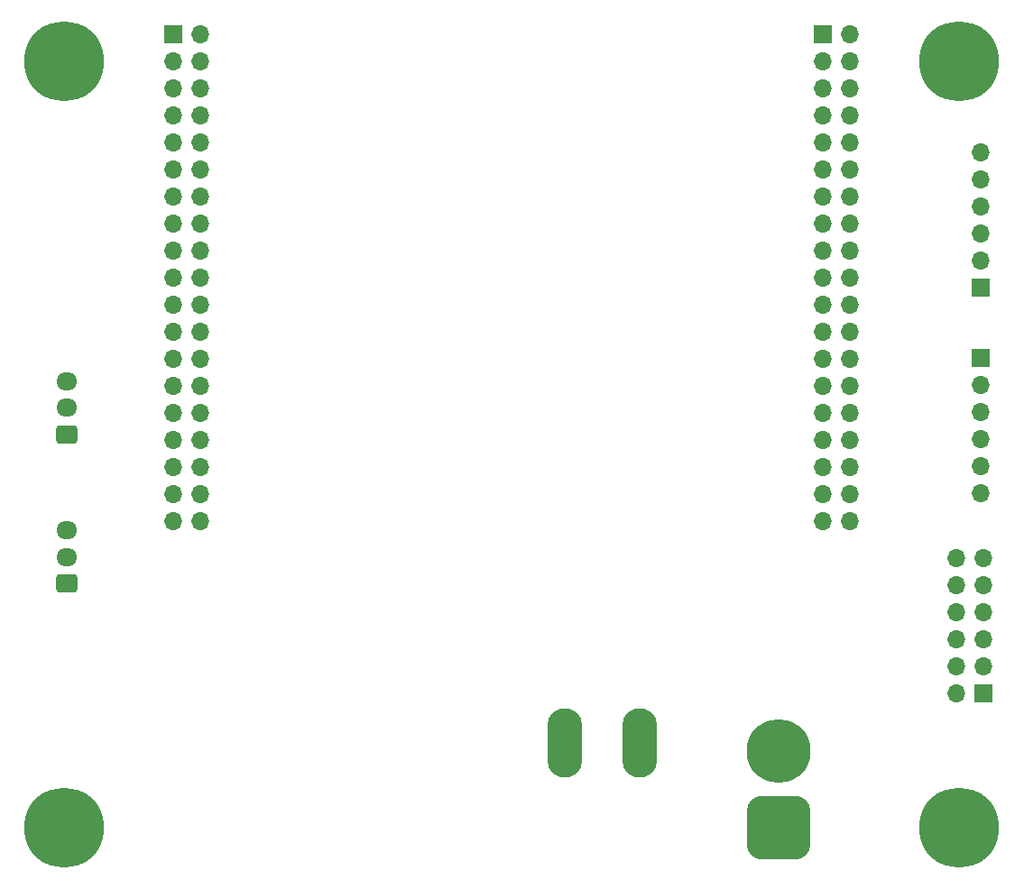
<source format=gbr>
%TF.GenerationSoftware,KiCad,Pcbnew,(6.0.10)*%
%TF.CreationDate,2023-04-26T13:06:59+03:00*%
%TF.ProjectId,KiCAD design,4b694341-4420-4646-9573-69676e2e6b69,rev?*%
%TF.SameCoordinates,Original*%
%TF.FileFunction,Soldermask,Bot*%
%TF.FilePolarity,Negative*%
%FSLAX46Y46*%
G04 Gerber Fmt 4.6, Leading zero omitted, Abs format (unit mm)*
G04 Created by KiCad (PCBNEW (6.0.10)) date 2023-04-26 13:06:59*
%MOMM*%
%LPD*%
G01*
G04 APERTURE LIST*
G04 Aperture macros list*
%AMRoundRect*
0 Rectangle with rounded corners*
0 $1 Rounding radius*
0 $2 $3 $4 $5 $6 $7 $8 $9 X,Y pos of 4 corners*
0 Add a 4 corners polygon primitive as box body*
4,1,4,$2,$3,$4,$5,$6,$7,$8,$9,$2,$3,0*
0 Add four circle primitives for the rounded corners*
1,1,$1+$1,$2,$3*
1,1,$1+$1,$4,$5*
1,1,$1+$1,$6,$7*
1,1,$1+$1,$8,$9*
0 Add four rect primitives between the rounded corners*
20,1,$1+$1,$2,$3,$4,$5,0*
20,1,$1+$1,$4,$5,$6,$7,0*
20,1,$1+$1,$6,$7,$8,$9,0*
20,1,$1+$1,$8,$9,$2,$3,0*%
G04 Aperture macros list end*
%ADD10R,1.700000X1.700000*%
%ADD11O,1.700000X1.700000*%
%ADD12RoundRect,0.250000X0.725000X-0.600000X0.725000X0.600000X-0.725000X0.600000X-0.725000X-0.600000X0*%
%ADD13O,1.950000X1.700000*%
%ADD14C,7.500000*%
%ADD15O,3.260000X6.520000*%
%ADD16RoundRect,1.500000X1.500000X-1.500000X1.500000X1.500000X-1.500000X1.500000X-1.500000X-1.500000X0*%
%ADD17C,6.000000*%
G04 APERTURE END LIST*
D10*
%TO.C,J204*%
X179200000Y-57500000D03*
D11*
X181740000Y-57500000D03*
X179200000Y-60040000D03*
X181740000Y-60040000D03*
X179200000Y-62580000D03*
X181740000Y-62580000D03*
X179200000Y-65120000D03*
X181740000Y-65120000D03*
X179200000Y-67660000D03*
X181740000Y-67660000D03*
X179200000Y-70200000D03*
X181740000Y-70200000D03*
X179200000Y-72740000D03*
X181740000Y-72740000D03*
X179200000Y-75280000D03*
X181740000Y-75280000D03*
X179200000Y-77820000D03*
X181740000Y-77820000D03*
X179200000Y-80360000D03*
X181740000Y-80360000D03*
X179200000Y-82900000D03*
X181740000Y-82900000D03*
X179200000Y-85440000D03*
X181740000Y-85440000D03*
X179200000Y-87980000D03*
X181740000Y-87980000D03*
X179200000Y-90520000D03*
X181740000Y-90520000D03*
X179200000Y-93060000D03*
X181740000Y-93060000D03*
X179200000Y-95600000D03*
X181740000Y-95600000D03*
X179200000Y-98140000D03*
X181740000Y-98140000D03*
X179200000Y-100680000D03*
X181740000Y-100680000D03*
X179200000Y-103220000D03*
X181740000Y-103220000D03*
%TD*%
D10*
%TO.C,J401*%
X194275000Y-119350000D03*
D11*
X191735000Y-119350000D03*
X194275000Y-116810000D03*
X191735000Y-116810000D03*
X194275000Y-114270000D03*
X191735000Y-114270000D03*
X194275000Y-111730000D03*
X191735000Y-111730000D03*
X194275000Y-109190000D03*
X191735000Y-109190000D03*
X194275000Y-106650000D03*
X191735000Y-106650000D03*
%TD*%
D12*
%TO.C,J203*%
X108200000Y-95045001D03*
D13*
X108200000Y-92545001D03*
X108200000Y-90045001D03*
%TD*%
D10*
%TO.C,J206*%
X194000000Y-81270000D03*
D11*
X194000000Y-78730000D03*
X194000000Y-76190000D03*
X194000000Y-73650000D03*
X194000000Y-71110000D03*
X194000000Y-68570000D03*
%TD*%
D10*
%TO.C,J208*%
X194000000Y-87840000D03*
D11*
X194000000Y-90380000D03*
X194000000Y-92920000D03*
X194000000Y-95460000D03*
X194000000Y-98000000D03*
X194000000Y-100540000D03*
%TD*%
D14*
%TO.C,H104*%
X108000000Y-60000000D03*
%TD*%
D10*
%TO.C,J201*%
X118250000Y-57500000D03*
D11*
X120790000Y-57500000D03*
X118250000Y-60040000D03*
X120790000Y-60040000D03*
X118250000Y-62580000D03*
X120790000Y-62580000D03*
X118250000Y-65120000D03*
X120790000Y-65120000D03*
X118250000Y-67660000D03*
X120790000Y-67660000D03*
X118250000Y-70200000D03*
X120790000Y-70200000D03*
X118250000Y-72740000D03*
X120790000Y-72740000D03*
X118250000Y-75280000D03*
X120790000Y-75280000D03*
X118250000Y-77820000D03*
X120790000Y-77820000D03*
X118250000Y-80360000D03*
X120790000Y-80360000D03*
X118250000Y-82900000D03*
X120790000Y-82900000D03*
X118250000Y-85440000D03*
X120790000Y-85440000D03*
X118250000Y-87980000D03*
X120790000Y-87980000D03*
X118250000Y-90520000D03*
X120790000Y-90520000D03*
X118250000Y-93060000D03*
X120790000Y-93060000D03*
X118250000Y-95600000D03*
X120790000Y-95600000D03*
X118250000Y-98140000D03*
X120790000Y-98140000D03*
X118250000Y-100680000D03*
X120790000Y-100680000D03*
X118250000Y-103220000D03*
X120790000Y-103220000D03*
%TD*%
D14*
%TO.C,H102*%
X108000000Y-132000000D03*
%TD*%
%TO.C,H103*%
X192000000Y-132000000D03*
%TD*%
D15*
%TO.C,SW301*%
X162000000Y-124000000D03*
X155000000Y-124000000D03*
%TD*%
D16*
%TO.C,J205*%
X175000000Y-132000000D03*
D17*
X175000000Y-124800000D03*
%TD*%
D12*
%TO.C,J202*%
X108200000Y-109045001D03*
D13*
X108200000Y-106545001D03*
X108200000Y-104045001D03*
%TD*%
D14*
%TO.C,H101*%
X192000000Y-60000000D03*
%TD*%
M02*

</source>
